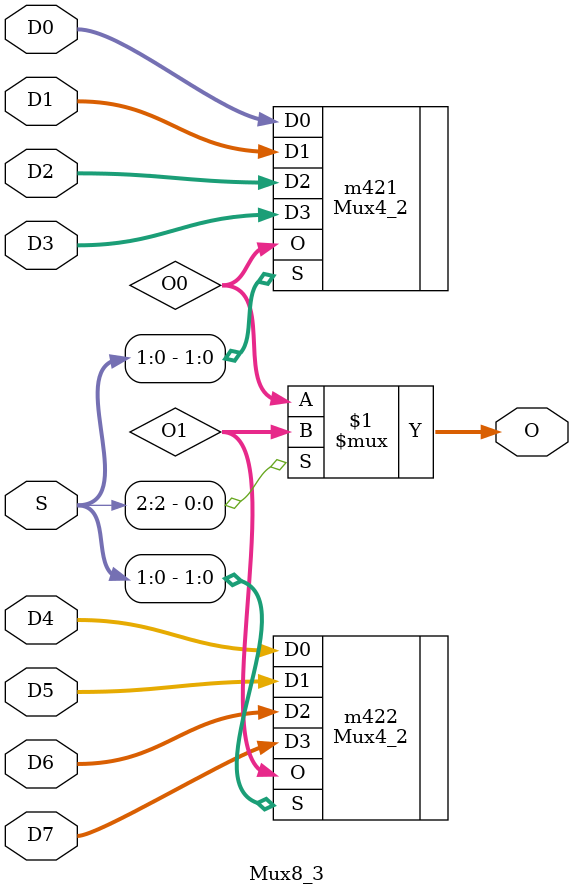
<source format=v>
`timescale 1ns / 1ps
module Mux8_3( S , D0, D1, D2, D3, D4, D5, D6, D7, O);
		input [2:0] S;
		input [15:0] D0, D1, D2, D3, D4, D5, D6, D7 ;
		output [15:0] O ;

		wire [15:0] O1, O0 ;

		assign O = S[2] ? O1 : O0;
		
		Mux4_2 m421 (
		 .D0(D0), 
		 .D1(D1), 
		 .D2(D2), 
		 .D3(D3), 
		 .S(S[1:0]), 
		 .O(O0)
		 );
		 
		Mux4_2 m422 (
		 .D0(D4), 
		 .D1(D5), 
		 .D2(D6), 
		 .D3(D7), 
		 .S(S[1:0]), 
		 .O(O1)
		 );
		 
endmodule

</source>
